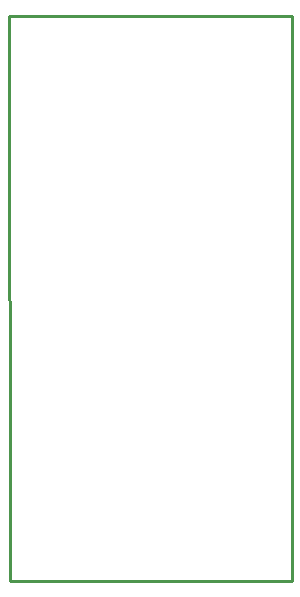
<source format=gko>
G04 Layer: BoardOutlineLayer*
G04 EasyEDA v6.5.34, 2023-08-27 08:43:48*
G04 90a6fbf4bffc4057ae6bdd16324da943,d57712b53ce844a48ecc409583de2b89,10*
G04 Gerber Generator version 0.2*
G04 Scale: 100 percent, Rotated: No, Reflected: No *
G04 Dimensions in millimeters *
G04 leading zeros omitted , absolute positions ,4 integer and 5 decimal *
%FSLAX45Y45*%
%MOMM*%

%ADD10C,0.2540*%
D10*
X699998Y8599982D02*
G01*
X3098800Y8599982D01*
X3098800Y3810000D01*
X711200Y3810000D01*
X699998Y8599982D01*

%LPD*%
M02*

</source>
